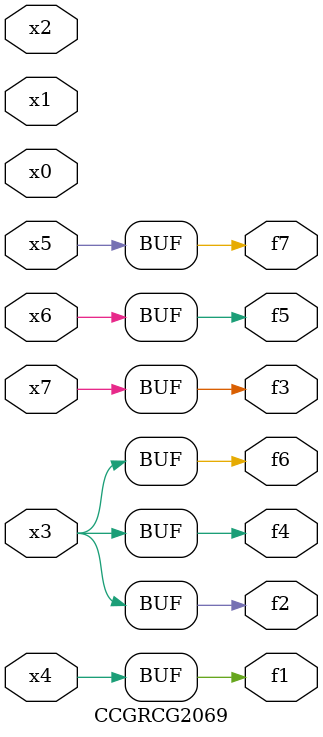
<source format=v>
module CCGRCG2069(
	input x0, x1, x2, x3, x4, x5, x6, x7,
	output f1, f2, f3, f4, f5, f6, f7
);
	assign f1 = x4;
	assign f2 = x3;
	assign f3 = x7;
	assign f4 = x3;
	assign f5 = x6;
	assign f6 = x3;
	assign f7 = x5;
endmodule

</source>
